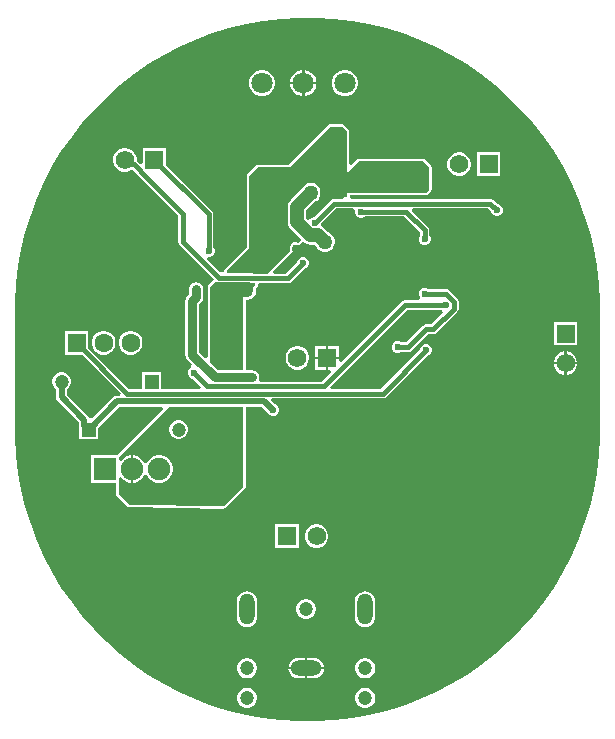
<source format=gbr>
G04*
G04 #@! TF.GenerationSoftware,Altium Limited,Altium Designer,25.4.2 (15)*
G04*
G04 Layer_Physical_Order=2*
G04 Layer_Color=16711680*
%FSLAX44Y44*%
%MOMM*%
G71*
G04*
G04 #@! TF.SameCoordinates,5F7C4320-E98A-453F-BBD9-352C29D146EE*
G04*
G04*
G04 #@! TF.FilePolarity,Positive*
G04*
G01*
G75*
%ADD13C,0.5080*%
%ADD15C,0.3810*%
%ADD22R,1.2000X1.2000*%
%ADD58C,1.9000*%
%ADD59R,1.9000X1.9000*%
%ADD60C,1.2000*%
%ADD71C,0.7620*%
%ADD74C,1.5750*%
%ADD75R,1.5750X1.5750*%
%ADD76C,1.8034*%
%ADD77R,1.5750X1.5750*%
%ADD78C,1.6000*%
%ADD79R,1.6000X1.6000*%
%ADD80O,2.6160X1.3080*%
%ADD81O,1.3080X2.6160*%
%ADD82C,0.6000*%
%ADD83C,3.4000*%
%ADD84C,1.2700*%
%ADD85C,1.1430*%
G36*
X24673Y550956D02*
X39549Y549150D01*
X54289Y546448D01*
X68839Y542862D01*
X83145Y538404D01*
X97157Y533090D01*
X110822Y526940D01*
X124090Y519976D01*
X136914Y512224D01*
X149247Y503711D01*
X161043Y494470D01*
X172260Y484533D01*
X182856Y473937D01*
X192793Y462720D01*
X202034Y450924D01*
X210547Y438591D01*
X218300Y425767D01*
X225263Y412499D01*
X231413Y398834D01*
X236727Y384822D01*
X241185Y370515D01*
X244772Y355966D01*
X247473Y341226D01*
X249279Y326350D01*
X250184Y311392D01*
Y303900D01*
X250184Y203900D01*
Y196407D01*
X249279Y181449D01*
X247473Y166573D01*
X244772Y151833D01*
X241185Y137284D01*
X236727Y122977D01*
X231413Y108966D01*
X225263Y95301D01*
X218299Y82032D01*
X210547Y69208D01*
X202034Y56875D01*
X192793Y45080D01*
X182856Y33863D01*
X172260Y23267D01*
X161043Y13330D01*
X149247Y4088D01*
X136915Y-4424D01*
X124090Y-12177D01*
X110822Y-19141D01*
X97157Y-25291D01*
X83145Y-30605D01*
X68839Y-35063D01*
X54289Y-38649D01*
X39549Y-41350D01*
X24673Y-43156D01*
X9715Y-44061D01*
X-5270D01*
X-20228Y-43156D01*
X-35104Y-41350D01*
X-49843Y-38649D01*
X-64393Y-35063D01*
X-78699Y-30605D01*
X-92711Y-25291D01*
X-106376Y-19141D01*
X-119645Y-12177D01*
X-132469Y-4425D01*
X-144802Y4088D01*
X-156597Y13329D01*
X-167814Y23266D01*
X-178410Y33863D01*
X-188347Y45079D01*
X-197589Y56876D01*
X-206101Y69208D01*
X-213854Y82032D01*
X-220818Y95301D01*
X-226968Y108966D01*
X-232282Y122977D01*
X-236740Y137284D01*
X-240326Y151833D01*
X-243027Y166573D01*
X-244833Y181449D01*
X-245738Y196407D01*
Y203900D01*
Y303900D01*
Y311392D01*
X-244833Y326350D01*
X-243027Y341226D01*
X-240326Y355966D01*
X-236740Y370515D01*
X-232282Y384822D01*
X-226968Y398834D01*
X-220818Y412499D01*
X-213854Y425767D01*
X-206101Y438591D01*
X-197589Y450924D01*
X-188347Y462719D01*
X-178410Y473936D01*
X-167814Y484532D01*
X-156597Y494470D01*
X-144801Y503711D01*
X-132469Y512224D01*
X-119644Y519976D01*
X-106376Y526940D01*
X-92711Y533090D01*
X-78700Y538404D01*
X-64393Y542862D01*
X-49843Y546448D01*
X-35104Y549150D01*
X-20228Y550956D01*
X-5270Y551861D01*
X9715D01*
X24673Y550956D01*
D02*
G37*
%LPC*%
G36*
X184Y507365D02*
X-254D01*
Y497332D01*
X9779D01*
Y497770D01*
X9026Y500581D01*
X7571Y503100D01*
X5514Y505157D01*
X2995Y506612D01*
X184Y507365D01*
D02*
G37*
G36*
X-2286D02*
X-2725D01*
X-5535Y506612D01*
X-8054Y505157D01*
X-10112Y503100D01*
X-11566Y500581D01*
X-12319Y497770D01*
Y497332D01*
X-2286D01*
Y507365D01*
D02*
G37*
G36*
X35236D02*
X32327D01*
X29517Y506612D01*
X26998Y505157D01*
X24941Y503100D01*
X23486Y500581D01*
X22733Y497770D01*
Y494861D01*
X23486Y492051D01*
X24941Y489532D01*
X26998Y487474D01*
X29517Y486020D01*
X32327Y485267D01*
X35236D01*
X38047Y486020D01*
X40566Y487474D01*
X42623Y489532D01*
X44078Y492051D01*
X44831Y494861D01*
Y497770D01*
X44078Y500581D01*
X42623Y503100D01*
X40566Y505157D01*
X38047Y506612D01*
X35236Y507365D01*
D02*
G37*
G36*
X9779Y495300D02*
X-254D01*
Y485267D01*
X184D01*
X2995Y486020D01*
X5514Y487474D01*
X7571Y489532D01*
X9026Y492051D01*
X9779Y494861D01*
Y495300D01*
D02*
G37*
G36*
X-2286D02*
X-12319D01*
Y494861D01*
X-11566Y492051D01*
X-10112Y489532D01*
X-8054Y487474D01*
X-5535Y486020D01*
X-2725Y485267D01*
X-2286D01*
Y495300D01*
D02*
G37*
G36*
X-34867Y507365D02*
X-37777D01*
X-40587Y506612D01*
X-43106Y505157D01*
X-45163Y503100D01*
X-46618Y500581D01*
X-47371Y497770D01*
Y494861D01*
X-46618Y492051D01*
X-45163Y489532D01*
X-43106Y487474D01*
X-40587Y486020D01*
X-37777Y485267D01*
X-34867D01*
X-32057Y486020D01*
X-29538Y487474D01*
X-27481Y489532D01*
X-26026Y492051D01*
X-25273Y494861D01*
Y497770D01*
X-26026Y500581D01*
X-27481Y503100D01*
X-29538Y505157D01*
X-32057Y506612D01*
X-34867Y507365D01*
D02*
G37*
G36*
X31496Y461558D02*
X31496Y461558D01*
X21336D01*
X20543Y461400D01*
X19871Y460951D01*
X19871Y460951D01*
X-13812Y427268D01*
X-39624D01*
X-39624Y427268D01*
X-40417Y427110D01*
X-41089Y426661D01*
X-48709Y419041D01*
X-49158Y418369D01*
X-49316Y417576D01*
X-49316Y417576D01*
Y357474D01*
X-67792Y338998D01*
X-68241Y338326D01*
X-68399Y337533D01*
X-69342Y336246D01*
X-71516Y336042D01*
X-82486Y347012D01*
X-81644Y349044D01*
X-80533D01*
X-78684Y349810D01*
X-77268Y351225D01*
X-76502Y353075D01*
Y355077D01*
X-77268Y356926D01*
X-77520Y357178D01*
Y385456D01*
X-77825Y386992D01*
X-78696Y388294D01*
X-117547Y427146D01*
Y441283D01*
X-137361D01*
Y428613D01*
X-139393Y427772D01*
X-141926Y430305D01*
X-142547Y430720D01*
Y432680D01*
X-143222Y435200D01*
X-144527Y437459D01*
X-146371Y439303D01*
X-148630Y440608D01*
X-151150Y441283D01*
X-153759D01*
X-156278Y440608D01*
X-158537Y439303D01*
X-160382Y437459D01*
X-161686Y435200D01*
X-162361Y432680D01*
Y430071D01*
X-161686Y427552D01*
X-160382Y425293D01*
X-158537Y423448D01*
X-156278Y422144D01*
X-153759Y421469D01*
X-151150D01*
X-148630Y422144D01*
X-146404Y423429D01*
X-143898Y420922D01*
X-143701Y420628D01*
X-139798Y416725D01*
X-139504Y416528D01*
X-107138Y384163D01*
Y361973D01*
X-106833Y360437D01*
X-105962Y359135D01*
X-76809Y329981D01*
X-81729Y325061D01*
X-82178Y324389D01*
X-82336Y323596D01*
X-82336Y323596D01*
X-82336Y264356D01*
X-84213Y263579D01*
X-89548Y268913D01*
Y309238D01*
X-87901Y310885D01*
X-86610Y312817D01*
X-86157Y315097D01*
Y321907D01*
X-86610Y324186D01*
X-87901Y326119D01*
X-89834Y327410D01*
X-92113Y327863D01*
X-94393Y327410D01*
X-96325Y326119D01*
X-97616Y324186D01*
X-98070Y321907D01*
Y317564D01*
X-99716Y315918D01*
X-101007Y313985D01*
X-101461Y311706D01*
Y266446D01*
X-101007Y264166D01*
X-99716Y262234D01*
X-95597Y258115D01*
X-96196Y255840D01*
X-97085Y255472D01*
X-98500Y254056D01*
X-99266Y252207D01*
Y250205D01*
X-98500Y248355D01*
X-97085Y246940D01*
X-95235Y246174D01*
X-94879D01*
X-88149Y239444D01*
X-88927Y237567D01*
X-121732D01*
Y251618D01*
X-137796D01*
Y237567D01*
X-148618D01*
X-183302Y272251D01*
Y286638D01*
X-203366D01*
Y266574D01*
X-188979D01*
X-156020Y233615D01*
X-156798Y231737D01*
X-159034D01*
X-160818Y231383D01*
X-162330Y230372D01*
X-180197Y212505D01*
X-181077Y212605D01*
X-182522Y213054D01*
X-183328Y214259D01*
X-201362Y232294D01*
Y237003D01*
X-201092Y237159D01*
X-199597Y238654D01*
X-198540Y240486D01*
X-197992Y242528D01*
Y244643D01*
X-198540Y246686D01*
X-199597Y248518D01*
X-201092Y250013D01*
X-202924Y251070D01*
X-204967Y251618D01*
X-207082D01*
X-209124Y251070D01*
X-210956Y250013D01*
X-212451Y248518D01*
X-213509Y246686D01*
X-214056Y244643D01*
Y242528D01*
X-213509Y240486D01*
X-212451Y238654D01*
X-210956Y237159D01*
X-210686Y237003D01*
Y230363D01*
X-210331Y228579D01*
X-209320Y227067D01*
X-191286Y209032D01*
Y206406D01*
X-191196Y205955D01*
Y194914D01*
X-175132D01*
Y204385D01*
X-157103Y222414D01*
X-120991D01*
X-120213Y220537D01*
X-159137Y181612D01*
X-159428Y181178D01*
X-180736D01*
Y158114D01*
X-159806D01*
Y148336D01*
X-159806Y148336D01*
X-159648Y147543D01*
X-159199Y146871D01*
X-159199Y146871D01*
X-150309Y137981D01*
X-149986Y137765D01*
X-149667Y137544D01*
X-149651Y137541D01*
X-149637Y137532D01*
X-149256Y137456D01*
X-148877Y137374D01*
X-68867Y136104D01*
X-68851Y136107D01*
X-68834Y136104D01*
X-68453Y136180D01*
X-68072Y136249D01*
X-68058Y136258D01*
X-68041Y136262D01*
X-67719Y136477D01*
X-67393Y136688D01*
X-67383Y136701D01*
X-67369Y136711D01*
X-50859Y153221D01*
X-50410Y153893D01*
X-50252Y154686D01*
X-50252Y154686D01*
Y222414D01*
X-36216D01*
X-31130Y217329D01*
X-30936Y216860D01*
X-29520Y215444D01*
X-27671Y214678D01*
X-25669D01*
X-23820Y215444D01*
X-22404Y216860D01*
X-21638Y218709D01*
Y220711D01*
X-22404Y222560D01*
X-23820Y223976D01*
X-25139Y224522D01*
X-28278Y227661D01*
X-27500Y229539D01*
X65913D01*
X67449Y229844D01*
X68751Y230714D01*
X103261Y265224D01*
X103617D01*
X105466Y265990D01*
X106882Y267405D01*
X107648Y269255D01*
Y271257D01*
X106882Y273106D01*
X105466Y274522D01*
X103617Y275288D01*
X101615D01*
X99766Y274522D01*
X98350Y273106D01*
X97584Y271257D01*
Y270901D01*
X64250Y237567D01*
X22077D01*
X21299Y239444D01*
X86196Y304342D01*
X116024D01*
X116276Y304090D01*
X116642Y301739D01*
X106965Y292061D01*
X102627D01*
X101091Y291755D01*
X99789Y290885D01*
X85713Y276810D01*
X81588D01*
X81336Y277062D01*
X79487Y277828D01*
X77485D01*
X75635Y277062D01*
X74220Y275646D01*
X73454Y273797D01*
Y271795D01*
X74220Y269945D01*
X75635Y268530D01*
X77485Y267764D01*
X79487D01*
X81336Y268530D01*
X81588Y268782D01*
X87376D01*
X88912Y269087D01*
X90214Y269957D01*
X104290Y284033D01*
X108627D01*
X110163Y284338D01*
X111466Y285208D01*
X128901Y302644D01*
X129771Y303946D01*
X130077Y305482D01*
Y311229D01*
X129771Y312765D01*
X128901Y314068D01*
X122123Y320846D01*
X120820Y321716D01*
X119284Y322022D01*
X104448D01*
X104196Y322274D01*
X102347Y323040D01*
X100345D01*
X98496Y322274D01*
X97080Y320858D01*
X96314Y319009D01*
Y317007D01*
X97080Y315157D01*
X97836Y314402D01*
X96994Y312370D01*
X84534D01*
X82998Y312064D01*
X81695Y311194D01*
X30380Y259879D01*
X28503Y260657D01*
Y262720D01*
X19612D01*
Y253829D01*
X21675D01*
X22452Y251951D01*
X14164Y243663D01*
X-37914D01*
X-39086Y245695D01*
X-38748Y247396D01*
X-39201Y249675D01*
X-40492Y251608D01*
X-42425Y252899D01*
X-44704Y253352D01*
X-50252D01*
Y312972D01*
X-48382D01*
X-46250Y313543D01*
X-44339Y314647D01*
X-42778Y316208D01*
X-41675Y318119D01*
X-41104Y320251D01*
Y322458D01*
X-41217Y322882D01*
X-40368Y323732D01*
X-39918Y324404D01*
X-39761Y325197D01*
X-38530Y326876D01*
X-38220Y327075D01*
X-14351D01*
X-12815Y327380D01*
X-11513Y328250D01*
X-879Y338884D01*
X-523D01*
X1326Y339650D01*
X2742Y341065D01*
X3508Y342915D01*
Y344917D01*
X2742Y346766D01*
X1326Y348182D01*
X-523Y348948D01*
X-2525D01*
X-4374Y348182D01*
X-5790Y346766D01*
X-6556Y344917D01*
Y344561D01*
X-16014Y335103D01*
X-26342D01*
X-27120Y336980D01*
X-11004Y353096D01*
X-10555Y353768D01*
X-10397Y354561D01*
X-10555Y355353D01*
X-10834Y356027D01*
Y357205D01*
X-10384Y358293D01*
X-9551Y359125D01*
X-8463Y359576D01*
X-7285D01*
X-6612Y359297D01*
X-5819Y359139D01*
X-5458Y359211D01*
X-5026Y359297D01*
X-4354Y359746D01*
X-3105Y360995D01*
X-1187Y361951D01*
X432Y360709D01*
X2316Y359928D01*
X4338Y359662D01*
X4339Y359662D01*
X8165D01*
X9780Y358048D01*
X10408Y356960D01*
X11968Y355399D01*
X13880Y354296D01*
X16012Y353725D01*
X18219D01*
X20350Y354296D01*
X22262Y355399D01*
X23822Y356960D01*
X24926Y358871D01*
X25497Y361003D01*
Y363210D01*
X24926Y365342D01*
X23822Y367253D01*
X22262Y368814D01*
X20350Y369917D01*
X19887Y370042D01*
X16927Y373001D01*
X15309Y374243D01*
X14865Y374427D01*
X13798Y376879D01*
X13816Y376965D01*
X13922Y377222D01*
Y377578D01*
X26724Y390380D01*
X41132D01*
X42536Y388458D01*
Y386457D01*
X43302Y384607D01*
X44717Y383192D01*
X46567Y382425D01*
X48568D01*
X50418Y383192D01*
X50670Y383443D01*
X84081D01*
X97332Y370193D01*
Y367338D01*
X97080Y367086D01*
X96314Y365237D01*
Y363235D01*
X97080Y361385D01*
X98496Y359970D01*
X100345Y359204D01*
X102347D01*
X104196Y359970D01*
X105612Y361385D01*
X106378Y363235D01*
Y365237D01*
X105612Y367086D01*
X105360Y367338D01*
Y371856D01*
X105055Y373392D01*
X104184Y374694D01*
X90530Y388348D01*
X91372Y390380D01*
X155123D01*
X157528Y387975D01*
Y387619D01*
X158294Y385770D01*
X159710Y384354D01*
X161559Y383588D01*
X163561D01*
X165410Y384354D01*
X166826Y385770D01*
X167592Y387619D01*
Y389621D01*
X166826Y391470D01*
X165410Y392886D01*
X163561Y393652D01*
X163205D01*
X159624Y397233D01*
X158322Y398103D01*
X156785Y398409D01*
X39267D01*
X37816Y399917D01*
X38117Y401534D01*
X102616D01*
X103409Y401692D01*
X104081Y402141D01*
X104081Y402141D01*
X106621Y404681D01*
X106621Y404681D01*
X106919Y405127D01*
X107070Y405353D01*
Y405353D01*
X107070Y405353D01*
X107141Y405711D01*
X107228Y406146D01*
X107228Y406146D01*
X107227Y425196D01*
X107070Y425989D01*
X107070Y425989D01*
X107070Y425989D01*
X106621Y426661D01*
X106620Y426661D01*
X101541Y431741D01*
X101541Y431741D01*
X100869Y432190D01*
X100869Y432190D01*
X100551Y432253D01*
X100076Y432348D01*
X100076Y432348D01*
X45466D01*
X45466Y432348D01*
X44673Y432190D01*
X44001Y431741D01*
X44001Y431741D01*
X39255Y426995D01*
X37378Y427772D01*
Y455676D01*
X37378Y455676D01*
X37220Y456469D01*
X36771Y457141D01*
X32961Y460951D01*
X32289Y461400D01*
X31496Y461558D01*
D02*
G37*
G36*
X165463Y437643D02*
X145649D01*
Y417829D01*
X165463D01*
Y437643D01*
D02*
G37*
G36*
X131860D02*
X129252D01*
X126732Y436968D01*
X124473Y435663D01*
X122628Y433819D01*
X121324Y431560D01*
X120649Y429040D01*
Y426432D01*
X121324Y423912D01*
X122628Y421653D01*
X124473Y419808D01*
X126732Y418504D01*
X129252Y417829D01*
X131860D01*
X134380Y418504D01*
X136639Y419808D01*
X138483Y421653D01*
X139788Y423912D01*
X140463Y426432D01*
Y429040D01*
X139788Y431560D01*
X138483Y433819D01*
X136639Y435663D01*
X134380Y436968D01*
X131860Y437643D01*
D02*
G37*
G36*
X230633Y294133D02*
X210819D01*
Y274319D01*
X230633D01*
Y294133D01*
D02*
G37*
G36*
X-146213Y286638D02*
X-148855D01*
X-151406Y285954D01*
X-153694Y284633D01*
X-155562Y282766D01*
X-156882Y280478D01*
X-157566Y277927D01*
Y275285D01*
X-156882Y272734D01*
X-155562Y270446D01*
X-153694Y268578D01*
X-151406Y267257D01*
X-148855Y266574D01*
X-146213D01*
X-143662Y267257D01*
X-141374Y268578D01*
X-139506Y270446D01*
X-138186Y272734D01*
X-137502Y275285D01*
Y277927D01*
X-138186Y280478D01*
X-139506Y282766D01*
X-141374Y284633D01*
X-143662Y285954D01*
X-146213Y286638D01*
D02*
G37*
G36*
X-169113D02*
X-171755D01*
X-174306Y285954D01*
X-176594Y284633D01*
X-178462Y282766D01*
X-179782Y280478D01*
X-180466Y277927D01*
Y275285D01*
X-179782Y272734D01*
X-178462Y270446D01*
X-176594Y268578D01*
X-174306Y267257D01*
X-171755Y266574D01*
X-169113D01*
X-166562Y267257D01*
X-164274Y268578D01*
X-162407Y270446D01*
X-161086Y272734D01*
X-160402Y275285D01*
Y277927D01*
X-161086Y280478D01*
X-162407Y282766D01*
X-164274Y284633D01*
X-166562Y285954D01*
X-169113Y286638D01*
D02*
G37*
G36*
X28503Y273643D02*
X19612D01*
Y264752D01*
X28503D01*
Y273643D01*
D02*
G37*
G36*
X17580D02*
X8689D01*
Y264752D01*
X17580D01*
Y273643D01*
D02*
G37*
G36*
X222030Y269133D02*
X221742D01*
Y260242D01*
X230633D01*
Y260530D01*
X229958Y263050D01*
X228654Y265309D01*
X226809Y267153D01*
X224550Y268458D01*
X222030Y269133D01*
D02*
G37*
G36*
X219710D02*
X219422D01*
X216902Y268458D01*
X214643Y267153D01*
X212798Y265309D01*
X211494Y263050D01*
X210819Y260530D01*
Y260242D01*
X219710D01*
Y269133D01*
D02*
G37*
G36*
X17580Y262720D02*
X8689D01*
Y253829D01*
X17580D01*
Y262720D01*
D02*
G37*
G36*
X-5100Y273643D02*
X-7708D01*
X-10228Y272967D01*
X-12487Y271663D01*
X-14332Y269819D01*
X-15636Y267560D01*
X-16311Y265040D01*
Y262431D01*
X-15636Y259912D01*
X-14332Y257653D01*
X-12487Y255808D01*
X-10228Y254504D01*
X-7708Y253829D01*
X-5100D01*
X-2580Y254504D01*
X-321Y255808D01*
X1524Y257653D01*
X2828Y259912D01*
X3503Y262431D01*
Y265040D01*
X2828Y267560D01*
X1524Y269819D01*
X-321Y271663D01*
X-2580Y272967D01*
X-5100Y273643D01*
D02*
G37*
G36*
X230633Y258210D02*
X221742D01*
Y249319D01*
X222030D01*
X224550Y249994D01*
X226809Y251298D01*
X228654Y253143D01*
X229958Y255402D01*
X230633Y257921D01*
Y258210D01*
D02*
G37*
G36*
X219710D02*
X210819D01*
Y257921D01*
X211494Y255402D01*
X212798Y253143D01*
X214643Y251298D01*
X216902Y249994D01*
X219422Y249319D01*
X219710D01*
Y258210D01*
D02*
G37*
G36*
X11210Y122683D02*
X8602D01*
X6082Y122008D01*
X3823Y120703D01*
X1978Y118859D01*
X674Y116600D01*
X-1Y114080D01*
Y111472D01*
X674Y108952D01*
X1978Y106693D01*
X3823Y104848D01*
X6082Y103544D01*
X8602Y102869D01*
X11210D01*
X13730Y103544D01*
X15989Y104848D01*
X17833Y106693D01*
X19138Y108952D01*
X19813Y111472D01*
Y114080D01*
X19138Y116600D01*
X17833Y118859D01*
X15989Y120703D01*
X13730Y122008D01*
X11210Y122683D01*
D02*
G37*
G36*
X-5187D02*
X-25001D01*
Y102869D01*
X-5187D01*
Y122683D01*
D02*
G37*
G36*
X2135Y59516D02*
X-103D01*
X-2265Y58937D01*
X-4203Y57818D01*
X-5786Y56235D01*
X-6905Y54297D01*
X-7484Y52135D01*
Y49897D01*
X-6905Y47735D01*
X-5786Y45797D01*
X-4203Y44214D01*
X-2265Y43095D01*
X-103Y42516D01*
X2135D01*
X4297Y43095D01*
X6235Y44214D01*
X7818Y45797D01*
X8937Y47735D01*
X9516Y49897D01*
Y52135D01*
X8937Y54297D01*
X7818Y56235D01*
X6235Y57818D01*
X4297Y58937D01*
X2135Y59516D01*
D02*
G37*
G36*
X51016Y66202D02*
X48778Y65907D01*
X46693Y65044D01*
X44902Y63670D01*
X43528Y61879D01*
X42665Y59794D01*
X42370Y57556D01*
Y44476D01*
X42665Y42238D01*
X43528Y40153D01*
X44902Y38362D01*
X46693Y36988D01*
X48778Y36125D01*
X51016Y35830D01*
X53254Y36125D01*
X55339Y36988D01*
X57130Y38362D01*
X58503Y40153D01*
X59367Y42238D01*
X59662Y44476D01*
Y57556D01*
X59367Y59794D01*
X58503Y61879D01*
X57130Y63670D01*
X55339Y65044D01*
X53254Y65907D01*
X51016Y66202D01*
D02*
G37*
G36*
X-48984D02*
X-51222Y65907D01*
X-53307Y65044D01*
X-55097Y63670D01*
X-56472Y61879D01*
X-57335Y59794D01*
X-57630Y57556D01*
Y44476D01*
X-57335Y42238D01*
X-56472Y40153D01*
X-55097Y38362D01*
X-53307Y36988D01*
X-51222Y36125D01*
X-48984Y35830D01*
X-46746Y36125D01*
X-44661Y36988D01*
X-42870Y38362D01*
X-41496Y40153D01*
X-40633Y42238D01*
X-40338Y44476D01*
Y57556D01*
X-40633Y59794D01*
X-41496Y61879D01*
X-42870Y63670D01*
X-44661Y65044D01*
X-46746Y65907D01*
X-48984Y66202D01*
D02*
G37*
G36*
X7556Y9662D02*
X2032D01*
Y2032D01*
X16068D01*
X15907Y3254D01*
X15044Y5339D01*
X13670Y7130D01*
X11879Y8504D01*
X9794Y9367D01*
X7556Y9662D01*
D02*
G37*
G36*
X0D02*
X-5524D01*
X-7762Y9367D01*
X-9847Y8504D01*
X-11638Y7130D01*
X-13012Y5339D01*
X-13875Y3254D01*
X-14036Y2032D01*
X0D01*
Y9662D01*
D02*
G37*
G36*
X52135Y9516D02*
X49897D01*
X47735Y8937D01*
X45797Y7818D01*
X44214Y6235D01*
X43095Y4297D01*
X42516Y2135D01*
Y-103D01*
X43095Y-2265D01*
X44214Y-4203D01*
X45797Y-5786D01*
X47735Y-6905D01*
X49897Y-7484D01*
X52135D01*
X54297Y-6905D01*
X56235Y-5786D01*
X57818Y-4203D01*
X58937Y-2265D01*
X59516Y-103D01*
Y2135D01*
X58937Y4297D01*
X57818Y6235D01*
X56235Y7818D01*
X54297Y8937D01*
X52135Y9516D01*
D02*
G37*
G36*
X-47865D02*
X-50103D01*
X-52265Y8937D01*
X-54203Y7818D01*
X-55786Y6235D01*
X-56905Y4297D01*
X-57484Y2135D01*
Y-103D01*
X-56905Y-2265D01*
X-55786Y-4203D01*
X-54203Y-5786D01*
X-52265Y-6905D01*
X-50103Y-7484D01*
X-47865D01*
X-45703Y-6905D01*
X-43765Y-5786D01*
X-42182Y-4203D01*
X-41063Y-2265D01*
X-40484Y-103D01*
Y2135D01*
X-41063Y4297D01*
X-42182Y6235D01*
X-43765Y7818D01*
X-45703Y8937D01*
X-47865Y9516D01*
D02*
G37*
G36*
X16068Y0D02*
X2032D01*
Y-7630D01*
X7556D01*
X9794Y-7335D01*
X11879Y-6472D01*
X13670Y-5098D01*
X15044Y-3307D01*
X15907Y-1222D01*
X16068Y0D01*
D02*
G37*
G36*
X0D02*
X-14036D01*
X-13875Y-1222D01*
X-13012Y-3307D01*
X-11638Y-5098D01*
X-9847Y-6472D01*
X-7762Y-7335D01*
X-5524Y-7630D01*
X0D01*
Y0D01*
D02*
G37*
G36*
X52135Y-15484D02*
X49897D01*
X47735Y-16063D01*
X45797Y-17183D01*
X44214Y-18765D01*
X43095Y-20703D01*
X42516Y-22865D01*
Y-25103D01*
X43095Y-27265D01*
X44214Y-29203D01*
X45797Y-30786D01*
X47735Y-31905D01*
X49897Y-32484D01*
X52135D01*
X54297Y-31905D01*
X56235Y-30786D01*
X57818Y-29203D01*
X58937Y-27265D01*
X59516Y-25103D01*
Y-22865D01*
X58937Y-20703D01*
X57818Y-18765D01*
X56235Y-17183D01*
X54297Y-16063D01*
X52135Y-15484D01*
D02*
G37*
G36*
X-47865D02*
X-50103D01*
X-52265Y-16063D01*
X-54203Y-17183D01*
X-55786Y-18765D01*
X-56905Y-20703D01*
X-57484Y-22865D01*
Y-25103D01*
X-56905Y-27265D01*
X-55786Y-29203D01*
X-54203Y-30786D01*
X-52265Y-31905D01*
X-50103Y-32484D01*
X-47865D01*
X-45703Y-31905D01*
X-43765Y-30786D01*
X-42182Y-29203D01*
X-41063Y-27265D01*
X-40484Y-25103D01*
Y-22865D01*
X-41063Y-20703D01*
X-42182Y-18765D01*
X-43765Y-17183D01*
X-45703Y-16063D01*
X-47865Y-15484D01*
D02*
G37*
%LPD*%
G36*
X35306Y455676D02*
Y420116D01*
X45466Y430276D01*
X100076D01*
X105155Y425196D01*
X105156Y406146D01*
X102616Y403606D01*
X35306D01*
Y399796D01*
X32766D01*
X31379Y398409D01*
X25062D01*
X23525Y398103D01*
X22223Y397233D01*
X8245Y383255D01*
X7889D01*
X6040Y382489D01*
X4624Y381073D01*
X2864Y380743D01*
X1210Y382196D01*
Y388596D01*
X8885Y396270D01*
X9973Y396898D01*
X11533Y398459D01*
X12637Y400370D01*
X13208Y402502D01*
Y404709D01*
X12637Y406841D01*
X11533Y408753D01*
X9973Y410313D01*
X8061Y411417D01*
X5929Y411988D01*
X3722D01*
X1591Y411417D01*
X-321Y410313D01*
X-1881Y408753D01*
X-2985Y406841D01*
X-3109Y406378D01*
X-12129Y397357D01*
X-13371Y395739D01*
X-14152Y393854D01*
X-14418Y391832D01*
Y378419D01*
X-14152Y376396D01*
X-13371Y374512D01*
X-12129Y372893D01*
X-3133Y363897D01*
X-5819Y361211D01*
X-6873Y361648D01*
X-8875D01*
X-10725Y360882D01*
X-12140Y359466D01*
X-12906Y357617D01*
Y355615D01*
X-12469Y354561D01*
X-31927Y335103D01*
X-43319D01*
X-43689Y335350D01*
X-45225Y335655D01*
X-65550D01*
X-66327Y337533D01*
X-47244Y356616D01*
Y417576D01*
X-39624Y425196D01*
X-12954D01*
X21336Y459486D01*
X31496D01*
X35306Y455676D01*
D02*
G37*
G36*
X-74328Y327933D02*
X-72792Y327627D01*
X-46578D01*
X-46208Y327380D01*
X-44672Y327075D01*
X-42610D01*
X-41833Y325197D01*
X-52324Y314706D01*
Y253352D01*
X-73987D01*
X-80264Y259629D01*
X-80264Y323596D01*
D01*
Y323596D01*
X-80264Y323596D01*
D01*
X-75287Y328573D01*
X-74328Y327933D01*
D02*
G37*
G36*
X-52324Y154686D02*
X-68834Y138176D01*
X-148844Y139446D01*
X-157734Y148336D01*
Y158114D01*
X-157672D01*
Y162208D01*
X-155640Y162752D01*
X-155532Y162565D01*
X-153385Y160418D01*
X-150755Y158900D01*
X-147822Y158114D01*
X-147320D01*
Y169646D01*
Y181178D01*
X-147822D01*
X-150755Y180392D01*
X-153385Y178874D01*
X-155532Y176727D01*
X-155640Y176539D01*
X-157672Y177084D01*
Y180147D01*
X-115406Y222414D01*
X-52324D01*
Y154686D01*
D02*
G37*
%LPC*%
G36*
X-105847Y210978D02*
X-107962D01*
X-110004Y210430D01*
X-111836Y209373D01*
X-113331Y207878D01*
X-114389Y206046D01*
X-114936Y204003D01*
Y201888D01*
X-114389Y199846D01*
X-113331Y198014D01*
X-111836Y196519D01*
X-110004Y195461D01*
X-107962Y194914D01*
X-105847D01*
X-103804Y195461D01*
X-101972Y196519D01*
X-100477Y198014D01*
X-99419Y199846D01*
X-98872Y201888D01*
Y204003D01*
X-99419Y206046D01*
X-100477Y207878D01*
X-101972Y209373D01*
X-103804Y210430D01*
X-105847Y210978D01*
D02*
G37*
G36*
X-121886Y181178D02*
X-124922D01*
X-127855Y180392D01*
X-130485Y178874D01*
X-132632Y176727D01*
X-133739Y174810D01*
X-133810Y174782D01*
X-135899D01*
X-135970Y174810D01*
X-137076Y176727D01*
X-139223Y178874D01*
X-141853Y180392D01*
X-144786Y181178D01*
X-145288D01*
Y169646D01*
Y158114D01*
X-144786D01*
X-141853Y158900D01*
X-139223Y160418D01*
X-137076Y162565D01*
X-135970Y164482D01*
X-135899Y164510D01*
X-133810D01*
X-133739Y164482D01*
X-132632Y162565D01*
X-130485Y160418D01*
X-127855Y158900D01*
X-124922Y158114D01*
X-121886D01*
X-118953Y158900D01*
X-116323Y160418D01*
X-114176Y162565D01*
X-112658Y165195D01*
X-111872Y168128D01*
Y171164D01*
X-112658Y174097D01*
X-114176Y176727D01*
X-116323Y178874D01*
X-118953Y180392D01*
X-121886Y181178D01*
D02*
G37*
%LPD*%
D13*
X-26919Y219710D02*
X-26670D01*
X-34285Y227076D02*
X-26919Y219710D01*
X-159034Y227076D02*
X-34285D01*
X-183164Y202946D02*
X-159034Y227076D01*
X-186624Y206406D02*
X-183164Y202946D01*
X-206024Y230363D02*
Y243586D01*
Y230363D02*
X-186624Y210963D01*
Y206406D02*
Y210963D01*
D15*
X47568Y387458D02*
X85744D01*
X101346Y371856D01*
X156785Y394394D02*
X162560Y388620D01*
X25062Y394394D02*
X156785D01*
X8890Y378223D02*
X25062Y394394D01*
X101346Y364236D02*
Y371856D01*
X108627Y288047D02*
X126063Y305482D01*
Y311229D01*
X102627Y288047D02*
X108627D01*
X119284Y318008D02*
X126063Y311229D01*
X84534Y308356D02*
X119126D01*
X101346Y318008D02*
X119284D01*
X15827Y239649D02*
X84534Y308356D01*
X87376Y272796D02*
X102627Y288047D01*
X-82677Y239649D02*
X15827D01*
X-94234Y251206D02*
X-82677Y239649D01*
X-127454Y431376D02*
X-81534Y385456D01*
Y354076D02*
Y385456D01*
X-92113Y321907D02*
X-91694Y322326D01*
X-14351Y331089D02*
X-1524Y343916D01*
X-44672Y331089D02*
X-14351D01*
X-72792Y331641D02*
X-45225D01*
X-44672Y331089D01*
X-103124Y361973D02*
X-72792Y331641D01*
X65913Y233553D02*
X102616Y270256D01*
X-150281Y233553D02*
X65913D01*
X-140862Y423466D02*
X-136960Y419564D01*
X-145314Y427466D02*
X-144765D01*
X-140862Y423466D02*
Y423564D01*
X-144765Y427466D02*
X-140862Y423564D01*
X-152454Y431376D02*
X-149223D01*
X-145314Y427466D01*
X-103124Y361973D02*
Y385826D01*
X-136862Y419564D02*
X-103124Y385826D01*
X-136960Y419564D02*
X-136862D01*
X78486Y272796D02*
X87376D01*
X-193334Y276606D02*
X-150281Y233553D01*
D22*
X-129764Y243586D02*
D03*
X-183164Y202946D02*
D03*
D58*
X-146304Y169646D02*
D03*
X-123404D02*
D03*
D59*
X-169204D02*
D03*
D60*
X-206024Y243586D02*
D03*
X-106904Y202946D02*
D03*
X-48984Y-23984D02*
D03*
Y1016D02*
D03*
X1016Y51016D02*
D03*
X51016Y-23984D02*
D03*
Y1016D02*
D03*
D71*
X-95504Y266446D02*
X-76454Y247396D01*
X-44704D01*
X-95504Y266446D02*
Y311706D01*
X-92113Y315097D02*
Y321907D01*
X-95504Y311706D02*
X-92113Y315097D01*
D74*
X-6404Y263736D02*
D03*
X-152454Y431376D02*
D03*
X220726Y259226D02*
D03*
X130556Y427736D02*
D03*
X9906Y112776D02*
D03*
D75*
X18596Y263736D02*
D03*
X-127454Y431376D02*
D03*
X155556Y427736D02*
D03*
X-15094Y112776D02*
D03*
D76*
X-36322Y496316D02*
D03*
X-1270D02*
D03*
X33782D02*
D03*
D77*
X220726Y284226D02*
D03*
D78*
X-147534Y276606D02*
D03*
X-170434D02*
D03*
D79*
X-193334D02*
D03*
D80*
X1016Y1016D02*
D03*
D81*
X51016Y51016D02*
D03*
X-48984D02*
D03*
D82*
X-26670Y219710D02*
D03*
X162560Y388620D02*
D03*
X8890Y378223D02*
D03*
X36576Y414353D02*
D03*
X119126Y308356D02*
D03*
X-44704Y247396D02*
D03*
X-94234Y251206D02*
D03*
X-81534Y354076D02*
D03*
X-35814Y361894D02*
D03*
X-91694Y322326D02*
D03*
X102616Y270256D02*
D03*
X101346Y318008D02*
D03*
X98806Y423926D02*
D03*
X-82804Y436626D02*
D03*
X-29464Y446786D02*
D03*
X47568Y387458D02*
D03*
X-87884Y158496D02*
D03*
X-7874Y356616D02*
D03*
X-53594Y359036D02*
D03*
X-1524Y343916D02*
D03*
X49668Y362703D02*
D03*
X101346Y364236D02*
D03*
X78486Y272796D02*
D03*
D83*
X195000Y370000D02*
D03*
X-195000Y110000D02*
D03*
Y370000D02*
D03*
X195000Y110000D02*
D03*
D84*
X-106934Y500126D02*
D03*
X83566Y509016D02*
D03*
X17115Y362107D02*
D03*
X-49486Y321354D02*
D03*
X-66294Y211836D02*
D03*
Y261366D02*
D03*
X4826Y403606D02*
D03*
X-40894Y341376D02*
D03*
D85*
X16771Y362107D02*
X17115D01*
X11402Y367476D02*
X16771Y362107D01*
X-6604Y378419D02*
Y391832D01*
Y378419D02*
X4338Y367476D01*
X11402D01*
X4826Y403262D02*
Y403606D01*
X-6604Y391832D02*
X4826Y403262D01*
M02*

</source>
